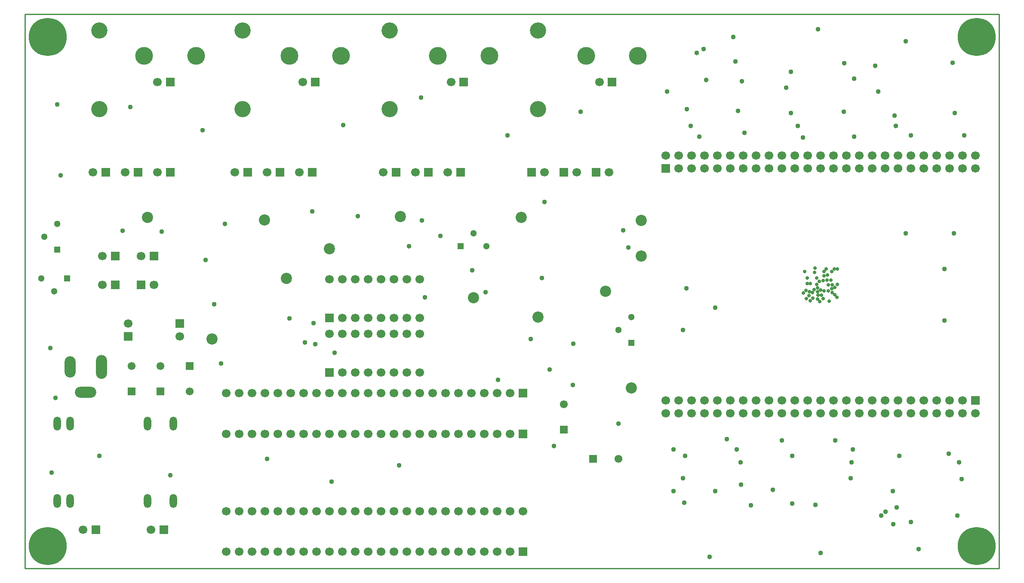
<source format=gbs>
%FSAX25Y25*%
%MOIN*%
G70*
G01*
G75*
G04 Layer_Color=16711935*
%ADD10C,0.01000*%
%ADD11C,0.01500*%
%ADD12C,0.00800*%
%ADD13C,0.00500*%
%ADD14R,0.05709X0.02362*%
%ADD15R,0.02362X0.05709*%
%ADD16R,0.03543X0.02756*%
%ADD17O,0.08661X0.02362*%
%ADD18R,0.05906X0.05906*%
%ADD19R,0.02756X0.03543*%
%ADD20O,0.06102X0.01378*%
%ADD21R,0.04803X0.01575*%
%ADD22R,0.06693X0.04331*%
%ADD23R,0.04331X0.06693*%
%ADD24R,0.05906X0.05906*%
%ADD25O,0.01378X0.06102*%
%ADD26O,0.02362X0.08661*%
%ADD27C,0.01969*%
%ADD28C,0.25590*%
%ADD29C,0.05906*%
%ADD30C,0.07874*%
%ADD31C,0.04331*%
%ADD32R,0.04331X0.04331*%
%ADD33R,0.04331X0.04331*%
%ADD34O,0.07874X0.17716*%
%ADD35O,0.07874X0.15748*%
%ADD36O,0.15748X0.07874*%
%ADD37C,0.05906*%
%ADD38O,0.05000X0.10000*%
%ADD39C,0.05315*%
%ADD40R,0.05315X0.05315*%
%ADD41R,0.05315X0.05315*%
%ADD42C,0.12992*%
%ADD43C,0.11811*%
%ADD44C,0.03000*%
%ADD45C,0.02000*%
%ADD46C,0.00984*%
%ADD47C,0.02362*%
%ADD48C,0.00787*%
%ADD49C,0.00098*%
%ADD50C,0.00100*%
%ADD51C,0.00098*%
%ADD52R,0.06496X0.03150*%
%ADD53R,0.03150X0.06496*%
%ADD54R,0.04331X0.03543*%
%ADD55O,0.09449X0.03150*%
%ADD56R,0.06693X0.06693*%
%ADD57R,0.03543X0.04331*%
%ADD58O,0.06890X0.02165*%
%ADD59R,0.05591X0.02362*%
%ADD60R,0.07480X0.05118*%
%ADD61R,0.05118X0.07480*%
%ADD62R,0.06693X0.06693*%
%ADD63O,0.02165X0.06890*%
%ADD64O,0.03150X0.09449*%
%ADD65C,0.02756*%
%ADD66C,0.29528*%
%ADD67C,0.06693*%
%ADD68C,0.08661*%
%ADD69C,0.05118*%
%ADD70R,0.05118X0.05118*%
%ADD71R,0.05118X0.05118*%
%ADD72O,0.08661X0.18504*%
%ADD73O,0.08661X0.16535*%
%ADD74O,0.16535X0.08661*%
%ADD75C,0.06693*%
%ADD76O,0.05787X0.10787*%
%ADD77C,0.06102*%
%ADD78R,0.06102X0.06102*%
%ADD79R,0.06102X0.06102*%
%ADD80C,0.13780*%
%ADD81C,0.12598*%
%ADD82C,0.03787*%
%ADD83C,0.02787*%
D10*
X0205000Y1095000D02*
X0960000D01*
Y0665000D02*
Y1095000D01*
X0205000Y0665000D02*
X0960000D01*
X0205000D02*
Y1095000D01*
D13*
X0262697Y0816500D02*
G03*
X0266100Y0816400I0001703J0000000D01*
G01*
X0266103Y0826400D02*
G03*
X0262700Y0826500I-0001703J0000000D01*
G01*
X0247900Y0803509D02*
G03*
X0247800Y0800094I0000000J-0001709D01*
G01*
X0255800Y0800091D02*
G03*
X0255900Y0803506I0000000J0001709D01*
G01*
X0238291Y0817500D02*
G03*
X0241706Y0817400I0001709J0000000D01*
G01*
X0241709Y0825400D02*
G03*
X0238294Y0825500I-0001709J0000000D01*
G01*
X0266100Y0816200D02*
Y0826500D01*
X0262700Y0816200D02*
Y0826500D01*
X0247800Y0800100D02*
X0256000D01*
X0247800Y0803500D02*
X0256000D01*
X0241700Y0817300D02*
Y0825500D01*
X0238300Y0817300D02*
Y0825500D01*
D56*
X0701700Y0975400D02*
D03*
X0941700Y0795400D02*
D03*
X0292500Y0972500D02*
D03*
X0295000Y0885000D02*
D03*
X0275000D02*
D03*
X0267500Y0972500D02*
D03*
X0542500D02*
D03*
X0492500D02*
D03*
X0305000Y0907500D02*
D03*
X0275000D02*
D03*
X0317500Y0972500D02*
D03*
X0517500D02*
D03*
X0427500D02*
D03*
X0377500D02*
D03*
X0402500D02*
D03*
X0591000Y0678000D02*
D03*
Y0801000D02*
D03*
X0260000Y0695000D02*
D03*
X0312500D02*
D03*
X0622500Y0972500D02*
D03*
X0597500D02*
D03*
X0647500D02*
D03*
X0591000Y0769500D02*
D03*
D62*
X0285000Y0845000D02*
D03*
X0325000Y0855000D02*
D03*
X0441000Y0817000D02*
D03*
X0441000Y0859500D02*
D03*
X0660000Y1042500D02*
D03*
X0317500D02*
D03*
X0545000D02*
D03*
X0430000D02*
D03*
D66*
X0942500Y0682500D02*
D03*
X0222500D02*
D03*
X0942500Y1077500D02*
D03*
X0222500D02*
D03*
D67*
X0711700Y0975400D02*
D03*
X0721700D02*
D03*
X0741700D02*
D03*
X0731700D02*
D03*
X0801700D02*
D03*
X0791700D02*
D03*
X0761700D02*
D03*
X0751700D02*
D03*
X0781700D02*
D03*
X0771700D02*
D03*
X0731700Y0985400D02*
D03*
X0751700D02*
D03*
X0741700D02*
D03*
X0701700D02*
D03*
X0721700D02*
D03*
X0711700D02*
D03*
X0771700D02*
D03*
X0761700D02*
D03*
X0811700Y0975400D02*
D03*
X0781700Y0985400D02*
D03*
X0791700D02*
D03*
X0811700D02*
D03*
X0801700D02*
D03*
X0861700Y0975400D02*
D03*
X0881700D02*
D03*
X0871700D02*
D03*
X0831700D02*
D03*
X0821700D02*
D03*
X0851700D02*
D03*
X0841700D02*
D03*
X0901700D02*
D03*
X0921700D02*
D03*
X0931700D02*
D03*
X0891700D02*
D03*
X0941700D02*
D03*
X0861700Y0985400D02*
D03*
X0881700D02*
D03*
X0871700D02*
D03*
X0831700D02*
D03*
X0821700D02*
D03*
X0851700D02*
D03*
X0841700D02*
D03*
X0901700D02*
D03*
X0891700D02*
D03*
X0911700Y0975400D02*
D03*
Y0985400D02*
D03*
X0931700D02*
D03*
X0921700D02*
D03*
X0941700D02*
D03*
X0721700Y0785400D02*
D03*
X0751700D02*
D03*
X0741700D02*
D03*
X0711700D02*
D03*
X0701700D02*
D03*
X0811700D02*
D03*
X0801700D02*
D03*
X0771700D02*
D03*
X0761700D02*
D03*
X0791700D02*
D03*
X0781700D02*
D03*
X0711700Y0795400D02*
D03*
X0731700Y0785400D02*
D03*
X0721700Y0795400D02*
D03*
X0731700D02*
D03*
X0701700D02*
D03*
X0751700D02*
D03*
X0741700D02*
D03*
X0761700D02*
D03*
X0781700D02*
D03*
X0771700D02*
D03*
X0791700D02*
D03*
X0811700D02*
D03*
X0801700D02*
D03*
X0851700Y0785400D02*
D03*
X0871700D02*
D03*
X0861700D02*
D03*
X0821700D02*
D03*
X0841700D02*
D03*
X0831700D02*
D03*
X0881700D02*
D03*
X0901700D02*
D03*
X0891700D02*
D03*
X0921700D02*
D03*
X0911700D02*
D03*
X0931700D02*
D03*
X0861700Y0795400D02*
D03*
X0881700D02*
D03*
X0871700D02*
D03*
X0831700D02*
D03*
X0821700D02*
D03*
X0851700D02*
D03*
X0841700D02*
D03*
X0901700D02*
D03*
X0941700Y0785400D02*
D03*
X0911700Y0795400D02*
D03*
X0921700D02*
D03*
X0891700D02*
D03*
X0931700D02*
D03*
X0285000Y0855000D02*
D03*
X0325000Y0845000D02*
D03*
X0282500Y0972500D02*
D03*
X0305000Y0885000D02*
D03*
X0265000D02*
D03*
X0257500Y0972500D02*
D03*
X0532500D02*
D03*
X0482500D02*
D03*
X0295000Y0907500D02*
D03*
X0265000D02*
D03*
X0307500Y0972500D02*
D03*
X0507500D02*
D03*
X0417500D02*
D03*
X0367500D02*
D03*
X0392500D02*
D03*
X0361000Y0678000D02*
D03*
X0371000D02*
D03*
X0381000D02*
D03*
X0391000D02*
D03*
X0401000D02*
D03*
X0411000D02*
D03*
X0421000D02*
D03*
X0431000D02*
D03*
X0441000D02*
D03*
X0451000D02*
D03*
X0461000D02*
D03*
X0471000D02*
D03*
X0481000D02*
D03*
X0491000D02*
D03*
X0501000D02*
D03*
X0511000D02*
D03*
X0521000D02*
D03*
X0531000D02*
D03*
X0541000D02*
D03*
X0551000D02*
D03*
X0561000D02*
D03*
X0571000D02*
D03*
X0581000D02*
D03*
X0361000Y0801000D02*
D03*
X0371000D02*
D03*
X0381000D02*
D03*
X0391000D02*
D03*
X0401000D02*
D03*
X0411000D02*
D03*
X0421000D02*
D03*
X0431000D02*
D03*
X0441000D02*
D03*
X0451000D02*
D03*
X0461000D02*
D03*
X0471000D02*
D03*
X0481000D02*
D03*
X0491000D02*
D03*
X0501000D02*
D03*
X0511000D02*
D03*
X0521000D02*
D03*
X0531000D02*
D03*
X0541000D02*
D03*
X0551000D02*
D03*
X0561000D02*
D03*
X0571000D02*
D03*
X0581000D02*
D03*
X0240000Y0817500D02*
D03*
Y0825374D02*
D03*
X0255748Y0801752D02*
D03*
X0247874D02*
D03*
X0451000Y0817000D02*
D03*
X0461000D02*
D03*
X0471000D02*
D03*
X0481000D02*
D03*
X0491000D02*
D03*
X0501000D02*
D03*
X0511000D02*
D03*
X0441000Y0847000D02*
D03*
X0451000D02*
D03*
X0461000D02*
D03*
X0471000D02*
D03*
X0481000D02*
D03*
X0491000D02*
D03*
X0501000D02*
D03*
X0511000D02*
D03*
X0451000Y0859500D02*
D03*
X0461000D02*
D03*
X0471000D02*
D03*
X0481000D02*
D03*
X0491000D02*
D03*
X0501000D02*
D03*
X0511000D02*
D03*
X0441000Y0889500D02*
D03*
X0451000D02*
D03*
X0461000D02*
D03*
X0471000D02*
D03*
X0481000D02*
D03*
X0491000D02*
D03*
X0501000D02*
D03*
X0511000D02*
D03*
X0650157Y1042500D02*
D03*
X0307657D02*
D03*
X0535157D02*
D03*
X0420157D02*
D03*
X0250000Y0695000D02*
D03*
X0302500D02*
D03*
X0632500Y0972500D02*
D03*
X0607500D02*
D03*
X0657500D02*
D03*
X0591000Y0709500D02*
D03*
X0581000Y0769500D02*
D03*
X0571000D02*
D03*
X0561000D02*
D03*
X0551000D02*
D03*
X0541000D02*
D03*
X0531000D02*
D03*
X0521000D02*
D03*
X0511000D02*
D03*
X0501000D02*
D03*
X0491000D02*
D03*
X0481000D02*
D03*
X0471000D02*
D03*
X0461000D02*
D03*
X0451000D02*
D03*
X0441000D02*
D03*
X0431000D02*
D03*
X0421000D02*
D03*
X0411000D02*
D03*
X0401000D02*
D03*
X0391000D02*
D03*
X0381000D02*
D03*
X0371000D02*
D03*
X0361000D02*
D03*
Y0709500D02*
D03*
X0371000D02*
D03*
X0381000D02*
D03*
X0391000D02*
D03*
X0401000D02*
D03*
X0411000D02*
D03*
X0421000D02*
D03*
X0431000D02*
D03*
X0441000D02*
D03*
X0451000D02*
D03*
X0461000D02*
D03*
X0471000D02*
D03*
X0481000D02*
D03*
X0491000D02*
D03*
X0501000D02*
D03*
X0511000D02*
D03*
X0521000D02*
D03*
X0531000D02*
D03*
X0541000D02*
D03*
X0551000D02*
D03*
X0561000D02*
D03*
X0571000D02*
D03*
X0581000D02*
D03*
D68*
X0350000Y0843000D02*
D03*
X0390500Y0935500D02*
D03*
X0675000Y0805000D02*
D03*
X0496000Y0938000D02*
D03*
X0589500Y0937500D02*
D03*
X0300000D02*
D03*
X0682500Y0907500D02*
D03*
X0655000Y0880000D02*
D03*
X0682500Y0935000D02*
D03*
X0441000Y0913000D02*
D03*
X0407500Y0890000D02*
D03*
X0552500Y0875000D02*
D03*
X0602500Y0860000D02*
D03*
D69*
X0552500Y0925000D02*
D03*
X0562500Y0915000D02*
D03*
X0665000Y0850000D02*
D03*
X0675000Y0860000D02*
D03*
X0220000Y0922500D02*
D03*
X0230000Y0932500D02*
D03*
X0227500Y0880000D02*
D03*
X0217500Y0890000D02*
D03*
D70*
X0542500Y0915000D02*
D03*
X0237500Y0890000D02*
D03*
D71*
X0675000Y0840000D02*
D03*
X0230000Y0912500D02*
D03*
D72*
X0264409Y0821437D02*
D03*
D73*
X0240000D02*
D03*
D74*
X0251811Y0801752D02*
D03*
D75*
X0264409Y0826358D02*
D03*
Y0816516D02*
D03*
D76*
X0230000Y0717500D02*
D03*
X0240000D02*
D03*
X0300000D02*
D03*
X0320000D02*
D03*
X0230000Y0777500D02*
D03*
X0240000D02*
D03*
X0300000D02*
D03*
X0320000D02*
D03*
D77*
X0332500Y0802500D02*
D03*
X0287500Y0822185D02*
D03*
X0310000D02*
D03*
X0622500Y0792343D02*
D03*
X0664843Y0750000D02*
D03*
D78*
X0332500Y0822185D02*
D03*
X0287500Y0802500D02*
D03*
X0310000D02*
D03*
X0622500Y0772657D02*
D03*
D79*
X0645157Y0750000D02*
D03*
D80*
X0680079Y1062579D02*
D03*
X0639921D02*
D03*
X0337579D02*
D03*
X0297421D02*
D03*
X0565079D02*
D03*
X0524921D02*
D03*
X0450079D02*
D03*
X0409921D02*
D03*
D81*
X0373500Y1082500D02*
D03*
Y1021476D02*
D03*
X0602500Y1082500D02*
D03*
Y1021476D02*
D03*
X0487500Y1082500D02*
D03*
Y1021476D02*
D03*
X0262500Y1082500D02*
D03*
Y1021476D02*
D03*
D82*
X0607500Y0949500D02*
D03*
X0512500Y0935000D02*
D03*
X0427500Y0942000D02*
D03*
X0756500Y0757500D02*
D03*
X0924000Y1057500D02*
D03*
X0721000Y1008500D02*
D03*
X0804000D02*
D03*
X0880000D02*
D03*
X0759500Y0747500D02*
D03*
X0845500D02*
D03*
X0929000D02*
D03*
X0716500Y0752500D02*
D03*
X0799500D02*
D03*
X0882500D02*
D03*
X0614843Y0760000D02*
D03*
X0757500Y1020000D02*
D03*
X0839500Y1019500D02*
D03*
X0925500Y1018500D02*
D03*
X0718000Y1021500D02*
D03*
X0798500Y1018500D02*
D03*
X0879000Y1016500D02*
D03*
X0868500Y0706000D02*
D03*
X0878000Y0699500D02*
D03*
X0872000Y0709000D02*
D03*
X0891500Y0701000D02*
D03*
X0731000Y1068000D02*
D03*
X0880500Y0712500D02*
D03*
X0846500Y0757500D02*
D03*
X0767500Y0714000D02*
D03*
X0817500Y0714500D02*
D03*
X0864000Y1055000D02*
D03*
X0725500Y1065000D02*
D03*
X0672500Y0914000D02*
D03*
X0630000Y0839500D02*
D03*
X0571500Y0811500D02*
D03*
X0597000Y0843000D02*
D03*
X0515000Y0875500D02*
D03*
X0562000Y0879500D02*
D03*
X0345000Y0904500D02*
D03*
X0311000Y0926500D02*
D03*
X0527000Y0923000D02*
D03*
X0428500Y0855500D02*
D03*
X0611500Y0819500D02*
D03*
X0668500Y0927500D02*
D03*
X0551500Y0896500D02*
D03*
X0422000Y0840500D02*
D03*
X0921000Y0754000D02*
D03*
X0430000Y0839000D02*
D03*
X0799500Y0715500D02*
D03*
X0716000Y0716000D02*
D03*
X0798500Y1050500D02*
D03*
X0927500Y0706000D02*
D03*
X0755500Y1058500D02*
D03*
X0840000Y1057000D02*
D03*
X0760000Y0730000D02*
D03*
X0740000Y0725000D02*
D03*
X0707500D02*
D03*
X0845000Y0735000D02*
D03*
X0877500Y0725000D02*
D03*
X0887500Y0925000D02*
D03*
X0917500Y0897500D02*
D03*
X0925000Y0925000D02*
D03*
X0917500Y0857500D02*
D03*
X0717500Y0882500D02*
D03*
X0715000Y0850000D02*
D03*
X0740000Y0867500D02*
D03*
X0665000Y0777500D02*
D03*
X0495000Y0745000D02*
D03*
X0502500Y0915000D02*
D03*
X0230000Y1025000D02*
D03*
X0232500Y0970000D02*
D03*
X0342500Y1005000D02*
D03*
X0360000Y0932500D02*
D03*
X0262500Y0752500D02*
D03*
X0317500Y0737500D02*
D03*
X0392500Y0750000D02*
D03*
X0442500Y0732500D02*
D03*
X0715000Y0735000D02*
D03*
X0707500Y0757500D02*
D03*
X0931000Y0734500D02*
D03*
X0702500Y1035000D02*
D03*
X0795000Y1038000D02*
D03*
X0727500Y1000000D02*
D03*
X0866250Y1035000D02*
D03*
X0847500Y1045000D02*
D03*
X0784500Y0726000D02*
D03*
X0833000Y0764500D02*
D03*
X0735500Y0674000D02*
D03*
X0821500Y0677000D02*
D03*
X0897500Y0680000D02*
D03*
X0760500Y1043000D02*
D03*
X0280500Y0927000D02*
D03*
X0451500Y1009000D02*
D03*
X0512000Y1030500D02*
D03*
X0579000Y1001000D02*
D03*
X0635500Y1019500D02*
D03*
X0754000Y1077500D02*
D03*
X0819500Y1083500D02*
D03*
X0887500Y1074000D02*
D03*
X0286500Y1023000D02*
D03*
X0224500Y0836000D02*
D03*
X0228500Y0797500D02*
D03*
X0225500Y0739500D02*
D03*
X0351500Y0870000D02*
D03*
X0357000Y0824000D02*
D03*
X0463000Y0938500D02*
D03*
X0445000Y0832500D02*
D03*
X0605500Y0890500D02*
D03*
X0629500Y0807500D02*
D03*
X0410000Y0859000D02*
D03*
X0749000Y0765500D02*
D03*
X0791500Y0764500D02*
D03*
X0762500Y1003000D02*
D03*
X0808000Y0999500D02*
D03*
X0847500Y1000000D02*
D03*
X0891500Y1001000D02*
D03*
X0933000D02*
D03*
X0733000Y1044000D02*
D03*
D83*
X0824200Y0880400D02*
D03*
X0818700Y0885400D02*
D03*
X0823700Y0888400D02*
D03*
X0824200Y0891900D02*
D03*
X0826000Y0897500D02*
D03*
X0826800Y0892600D02*
D03*
X0830200Y0895400D02*
D03*
X0832200Y0897400D02*
D03*
X0834700D02*
D03*
X0826500Y0888800D02*
D03*
X0827700Y0884900D02*
D03*
X0834700Y0885400D02*
D03*
X0832700Y0883100D02*
D03*
X0830100Y0881900D02*
D03*
X0830700Y0878900D02*
D03*
X0827700Y0880400D02*
D03*
X0834200Y0875400D02*
D03*
X0832700Y0877400D02*
D03*
X0819141Y0873950D02*
D03*
X0830700Y0885100D02*
D03*
X0821700Y0880900D02*
D03*
X0828200Y0872400D02*
D03*
X0823532Y0874457D02*
D03*
X0822200Y0876900D02*
D03*
X0821000Y0872000D02*
D03*
X0829600Y0888800D02*
D03*
X0824250Y0895468D02*
D03*
X0817000Y0894800D02*
D03*
X0817300Y0897900D02*
D03*
X0811200Y0890500D02*
D03*
X0820600Y0887700D02*
D03*
X0818700Y0890400D02*
D03*
X0813700Y0872600D02*
D03*
X0815476Y0874576D02*
D03*
X0810600Y0874500D02*
D03*
X0812500Y0876700D02*
D03*
X0815300Y0878900D02*
D03*
X0808339Y0878761D02*
D03*
X0819700Y0876900D02*
D03*
X0810100Y0880600D02*
D03*
X0819100Y0879800D02*
D03*
X0819300Y0882700D02*
D03*
X0816600Y0881400D02*
D03*
X0813700Y0886000D02*
D03*
X0811200Y0886100D02*
D03*
X0812900Y0879700D02*
D03*
X0809300Y0895300D02*
D03*
M02*

</source>
